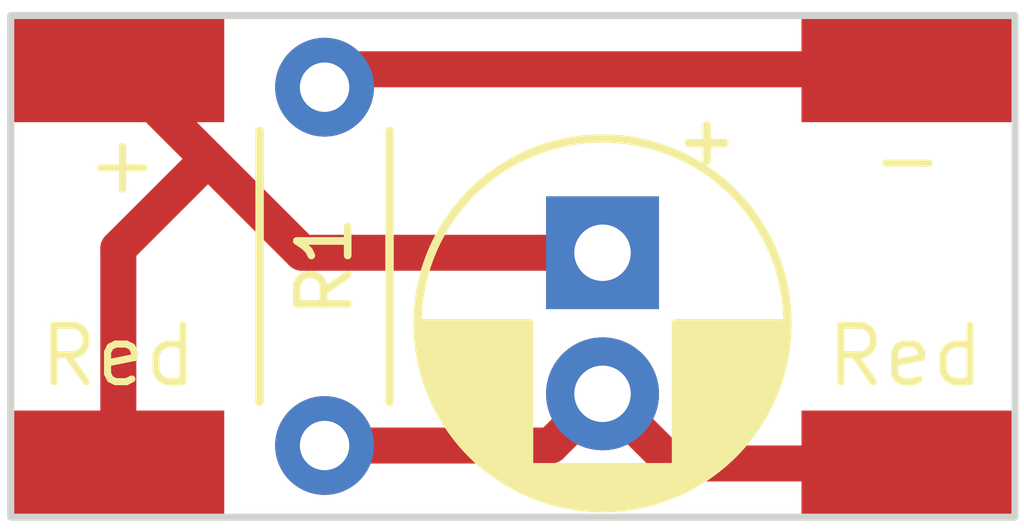
<source format=kicad_pcb>
(kicad_pcb (version 20221018) (generator pcbnew)
  (layers (0 "F.Cu" signal) (31 "B.Cu" signal) (34 "B.Paste" user) (35 "F.Paste" user) (36 "B.SilkS" user "B.Silkscreen") (37 "F.SilkS" user "F.Silkscreen") (38 "B.Mask" user) (39 "F.Mask" user) (44 "Edge.Cuts" user))
  (net 0 "")
  (net 1 "+9V")
  (net 2 "Net-(J6-Pin_1)")
  (net 3 "GND")
  (footprint "Custom:SolderWirePad_1x01_SMD_1.5x3mm" (layer "F.Cu") (at 145.796 110.998 90)
    (fp_text reference "J1" hide)
    (fp_text value "+" (at -1.397 0 90) (layer "F.SilkS") (effects (font (size 0.8 0.8) (thickness 0.1))))
    (pad "1" smd rect (at 0 0 90) (size 1.5 3) (layers "F.Cu" "F.Paste" "F.Mask") (net 1 "+9V"))
  )
  (footprint "Custom:SolderWirePad_1x01_SMD_1.5x3mm" (layer "F.Cu") (at 156.972 116.586 90)
    (fp_text reference "J6" hide)
    (fp_text value "Red" (at 1.524 1.143 180) (layer "F.SilkS") (effects (font (size 0.8 0.8) (thickness 0.1)) (justify right)))
    (pad "1" smd rect (at 0 0 90) (size 1.5 3) (layers "F.Cu" "F.Paste" "F.Mask") (net 2 "Net-(J6-Pin_1)"))
  )
  (footprint "Resistor_THT:R_Axial_DIN0204_L3.6mm_D1.6mm_P5.08mm_Horizontal" (layer "F.Cu") (at 148.717 116.332 90)
    (fp_text reference "R1" hide)
    (fp_text value "330R-380R" hide)
    (fp_text user "${REFERENCE}" (at 2.54 0 90) (layer "F.SilkS") (effects (font (size 0.72 0.72) (thickness 0.108))))
    (fp_line (start 0.62 -0.92) (end 4.46 -0.92) (stroke (width 0.12)) (layer "F.SilkS"))
    (fp_line (start 0.62 0.92) (end 4.46 0.92) (stroke (width 0.12)) (layer "F.SilkS"))
    (pad "1" thru_hole circle (at 0 0 90) (size 1.4 1.4) (drill 0.7) (layers "*.Cu" "*.Mask") (net 2 "Net-(J6-Pin_1)"))
    (pad "2" thru_hole oval (at 5.08 0 90) (size 1.4 1.4) (drill 0.7) (layers "*.Cu" "*.Mask") (net 3 "GND"))
  )
  (footprint "Custom:SolderWirePad_1x01_SMD_1.5x3mm" (layer "F.Cu") (at 156.972 110.998 90)
    (fp_text reference "J4" hide)
    (fp_text value "-" (at -1.27 0 180) (layer "F.SilkS") (effects (font (size 0.8 0.8) (thickness 0.1))))
    (pad "1" smd rect (at 0 0 90) (size 1.5 3) (layers "F.Cu" "F.Paste" "F.Mask") (net 3 "GND"))
  )
  (footprint "Capacitor_THT:CP_Radial_D5.0mm_P2.00mm" (layer "F.Cu") (at 152.654 113.598888 -90)
    (fp_text reference "C1" hide)
    (fp_text value "0.47uF 50v" hide)
    (fp_line (start -1.804775 -1.475) (end -1.304775 -1.475) (stroke (width 0.12)) (layer "F.SilkS"))
    (fp_line (start -1.554775 -1.725) (end -1.554775 -1.225) (stroke (width 0.12)) (layer "F.SilkS"))
    (fp_line (start 1 -2.58) (end 1 -1.04) (stroke (width 0.12)) (layer "F.SilkS"))
    (fp_line (start 1 1.04) (end 1 2.58) (stroke (width 0.12)) (layer "F.SilkS"))
    (fp_line (start 1.04 -2.58) (end 1.04 -1.04) (stroke (width 0.12)) (layer "F.SilkS"))
    (fp_line (start 1.04 1.04) (end 1.04 2.58) (stroke (width 0.12)) (layer "F.SilkS"))
    (fp_line (start 1.08 -2.579) (end 1.08 -1.04) (stroke (width 0.12)) (layer "F.SilkS"))
    (fp_line (start 1.08 1.04) (end 1.08 2.579) (stroke (width 0.12)) (layer "F.SilkS"))
    (fp_line (start 1.12 -2.578) (end 1.12 -1.04) (stroke (width 0.12)) (layer "F.SilkS"))
    (fp_line (start 1.12 1.04) (end 1.12 2.578) (stroke (width 0.12)) (layer "F.SilkS"))
    (fp_line (start 1.16 -2.576) (end 1.16 -1.04) (stroke (width 0.12)) (layer "F.SilkS"))
    (fp_line (start 1.16 1.04) (end 1.16 2.576) (stroke (width 0.12)) (layer "F.SilkS"))
    (fp_line (start 1.2 -2.573) (end 1.2 -1.04) (stroke (width 0.12)) (layer "F.SilkS"))
    (fp_line (start 1.2 1.04) (end 1.2 2.573) (stroke (width 0.12)) (layer "F.SilkS"))
    (fp_line (start 1.24 -2.569) (end 1.24 -1.04) (stroke (width 0.12)) (layer "F.SilkS"))
    (fp_line (start 1.24 1.04) (end 1.24 2.569) (stroke (width 0.12)) (layer "F.SilkS"))
    (fp_line (start 1.28 -2.565) (end 1.28 -1.04) (stroke (width 0.12)) (layer "F.SilkS"))
    (fp_line (start 1.28 1.04) (end 1.28 2.565) (stroke (width 0.12)) (layer "F.SilkS"))
    (fp_line (start 1.32 -2.561) (end 1.32 -1.04) (stroke (width 0.12)) (layer "F.SilkS"))
    (fp_line (start 1.32 1.04) (end 1.32 2.561) (stroke (width 0.12)) (layer "F.SilkS"))
    (fp_line (start 1.36 -2.556) (end 1.36 -1.04) (stroke (width 0.12)) (layer "F.SilkS"))
    (fp_line (start 1.36 1.04) (end 1.36 2.556) (stroke (width 0.12)) (layer "F.SilkS"))
    (fp_line (start 1.4 -2.55) (end 1.4 -1.04) (stroke (width 0.12)) (layer "F.SilkS"))
    (fp_line (start 1.4 1.04) (end 1.4 2.55) (stroke (width 0.12)) (layer "F.SilkS"))
    (fp_line (start 1.44 -2.543) (end 1.44 -1.04) (stroke (width 0.12)) (layer "F.SilkS"))
    (fp_line (start 1.44 1.04) (end 1.44 2.543) (stroke (width 0.12)) (layer "F.SilkS"))
    (fp_line (start 1.48 -2.536) (end 1.48 -1.04) (stroke (width 0.12)) (layer "F.SilkS"))
    (fp_line (start 1.48 1.04) (end 1.48 2.536) (stroke (width 0.12)) (layer "F.SilkS"))
    (fp_line (start 1.52 -2.528) (end 1.52 -1.04) (stroke (width 0.12)) (layer "F.SilkS"))
    (fp_line (start 1.52 1.04) (end 1.52 2.528) (stroke (width 0.12)) (layer "F.SilkS"))
    (fp_line (start 1.56 -2.52) (end 1.56 -1.04) (stroke (width 0.12)) (layer "F.SilkS"))
    (fp_line (start 1.56 1.04) (end 1.56 2.52) (stroke (width 0.12)) (layer "F.SilkS"))
    (fp_line (start 1.6 -2.511) (end 1.6 -1.04) (stroke (width 0.12)) (layer "F.SilkS"))
    (fp_line (start 1.6 1.04) (end 1.6 2.511) (stroke (width 0.12)) (layer "F.SilkS"))
    (fp_line (start 1.64 -2.501) (end 1.64 -1.04) (stroke (width 0.12)) (layer "F.SilkS"))
    (fp_line (start 1.64 1.04) (end 1.64 2.501) (stroke (width 0.12)) (layer "F.SilkS"))
    (fp_line (start 1.68 -2.491) (end 1.68 -1.04) (stroke (width 0.12)) (layer "F.SilkS"))
    (fp_line (start 1.68 1.04) (end 1.68 2.491) (stroke (width 0.12)) (layer "F.SilkS"))
    (fp_line (start 1.721 -2.48) (end 1.721 -1.04) (stroke (width 0.12)) (layer "F.SilkS"))
    (fp_line (start 1.721 1.04) (end 1.721 2.48) (stroke (width 0.12)) (layer "F.SilkS"))
    (fp_line (start 1.761 -2.468) (end 1.761 -1.04) (stroke (width 0.12)) (layer "F.SilkS"))
    (fp_line (start 1.761 1.04) (end 1.761 2.468) (stroke (width 0.12)) (layer "F.SilkS"))
    (fp_line (start 1.801 -2.455) (end 1.801 -1.04) (stroke (width 0.12)) (layer "F.SilkS"))
    (fp_line (start 1.801 1.04) (end 1.801 2.455) (stroke (width 0.12)) (layer "F.SilkS"))
    (fp_line (start 1.841 -2.442) (end 1.841 -1.04) (stroke (width 0.12)) (layer "F.SilkS"))
    (fp_line (start 1.841 1.04) (end 1.841 2.442) (stroke (width 0.12)) (layer "F.SilkS"))
    (fp_line (start 1.881 -2.428) (end 1.881 -1.04) (stroke (width 0.12)) (layer "F.SilkS"))
    (fp_line (start 1.881 1.04) (end 1.881 2.428) (stroke (width 0.12)) (layer "F.SilkS"))
    (fp_line (start 1.921 -2.414) (end 1.921 -1.04) (stroke (width 0.12)) (layer "F.SilkS"))
    (fp_line (start 1.921 1.04) (end 1.921 2.414) (stroke (width 0.12)) (layer "F.SilkS"))
    (fp_line (start 1.961 -2.398) (end 1.961 -1.04) (stroke (width 0.12)) (layer "F.SilkS"))
    (fp_line (start 1.961 1.04) (end 1.961 2.398) (stroke (width 0.12)) (layer "F.SilkS"))
    (fp_line (start 2.001 -2.382) (end 2.001 -1.04) (stroke (width 0.12)) (layer "F.SilkS"))
    (fp_line (start 2.001 1.04) (end 2.001 2.382) (stroke (width 0.12)) (layer "F.SilkS"))
    (fp_line (start 2.041 -2.365) (end 2.041 -1.04) (stroke (width 0.12)) (layer "F.SilkS"))
    (fp_line (start 2.041 1.04) (end 2.041 2.365) (stroke (width 0.12)) (layer "F.SilkS"))
    (fp_line (start 2.081 -2.348) (end 2.081 -1.04) (stroke (width 0.12)) (layer "F.SilkS"))
    (fp_line (start 2.081 1.04) (end 2.081 2.348) (stroke (width 0.12)) (layer "F.SilkS"))
    (fp_line (start 2.121 -2.329) (end 2.121 -1.04) (stroke (width 0.12)) (layer "F.SilkS"))
    (fp_line (start 2.121 1.04) (end 2.121 2.329) (stroke (width 0.12)) (layer "F.SilkS"))
    (fp_line (start 2.161 -2.31) (end 2.161 -1.04) (stroke (width 0.12)) (layer "F.SilkS"))
    (fp_line (start 2.161 1.04) (end 2.161 2.31) (stroke (width 0.12)) (layer "F.SilkS"))
    (fp_line (start 2.201 -2.29) (end 2.201 -1.04) (stroke (width 0.12)) (layer "F.SilkS"))
    (fp_line (start 2.201 1.04) (end 2.201 2.29) (stroke (width 0.12)) (layer "F.SilkS"))
    (fp_line (start 2.241 -2.268) (end 2.241 -1.04) (stroke (width 0.12)) (layer "F.SilkS"))
    (fp_line (start 2.241 1.04) (end 2.241 2.268) (stroke (width 0.12)) (layer "F.SilkS"))
    (fp_line (start 2.281 -2.247) (end 2.281 -1.04) (stroke (width 0.12)) (layer "F.SilkS"))
    (fp_line (start 2.281 1.04) (end 2.281 2.247) (stroke (width 0.12)) (layer "F.SilkS"))
    (fp_line (start 2.321 -2.224) (end 2.321 -1.04) (stroke (width 0.12)) (layer "F.SilkS"))
    (fp_line (start 2.321 1.04) (end 2.321 2.224) (stroke (width 0.12)) (layer "F.SilkS"))
    (fp_line (start 2.361 -2.2) (end 2.361 -1.04) (stroke (width 0.12)) (layer "F.SilkS"))
    (fp_line (start 2.361 1.04) (end 2.361 2.2) (stroke (width 0.12)) (layer "F.SilkS"))
    (fp_line (start 2.401 -2.175) (end 2.401 -1.04) (stroke (width 0.12)) (layer "F.SilkS"))
    (fp_line (start 2.401 1.04) (end 2.401 2.175) (stroke (width 0.12)) (layer "F.SilkS"))
    (fp_line (start 2.441 -2.149) (end 2.441 -1.04) (stroke (width 0.12)) (layer "F.SilkS"))
    (fp_line (start 2.441 1.04) (end 2.441 2.149) (stroke (width 0.12)) (layer "F.SilkS"))
    (fp_line (start 2.481 -2.122) (end 2.481 -1.04) (stroke (width 0.12)) (layer "F.SilkS"))
    (fp_line (start 2.481 1.04) (end 2.481 2.122) (stroke (width 0.12)) (layer "F.SilkS"))
    (fp_line (start 2.521 -2.095) (end 2.521 -1.04) (stroke (width 0.12)) (layer "F.SilkS"))
    (fp_line (start 2.521 1.04) (end 2.521 2.095) (stroke (width 0.12)) (layer "F.SilkS"))
    (fp_line (start 2.561 -2.065) (end 2.561 -1.04) (stroke (width 0.12)) (layer "F.SilkS"))
    (fp_line (start 2.561 1.04) (end 2.561 2.065) (stroke (width 0.12)) (layer "F.SilkS"))
    (fp_line (start 2.601 -2.035) (end 2.601 -1.04) (stroke (width 0.12)) (layer "F.SilkS"))
    (fp_line (start 2.601 1.04) (end 2.601 2.035) (stroke (width 0.12)) (layer "F.SilkS"))
    (fp_line (start 2.641 -2.004) (end 2.641 -1.04) (stroke (width 0.12)) (layer "F.SilkS"))
    (fp_line (start 2.641 1.04) (end 2.641 2.004) (stroke (width 0.12)) (layer "F.SilkS"))
    (fp_line (start 2.681 -1.971) (end 2.681 -1.04) (stroke (width 0.12)) (layer "F.SilkS"))
    (fp_line (start 2.681 1.04) (end 2.681 1.971) (stroke (width 0.12)) (layer "F.SilkS"))
    (fp_line (start 2.721 -1.937) (end 2.721 -1.04) (stroke (width 0.12)) (layer "F.SilkS"))
    (fp_line (start 2.721 1.04) (end 2.721 1.937) (stroke (width 0.12)) (layer "F.SilkS"))
    (fp_line (start 2.761 -1.901) (end 2.761 -1.04) (stroke (width 0.12)) (layer "F.SilkS"))
    (fp_line (start 2.761 1.04) (end 2.761 1.901) (stroke (width 0.12)) (layer "F.SilkS"))
    (fp_line (start 2.801 -1.864) (end 2.801 -1.04) (stroke (width 0.12)) (layer "F.SilkS"))
    (fp_line (start 2.801 1.04) (end 2.801 1.864) (stroke (width 0.12)) (layer "F.SilkS"))
    (fp_line (start 2.841 -1.826) (end 2.841 -1.04) (stroke (width 0.12)) (layer "F.SilkS"))
    (fp_line (start 2.841 1.04) (end 2.841 1.826) (stroke (width 0.12)) (layer "F.SilkS"))
    (fp_line (start 2.881 -1.785) (end 2.881 -1.04) (stroke (width 0.12)) (layer "F.SilkS"))
    (fp_line (start 2.881 1.04) (end 2.881 1.785) (stroke (width 0.12)) (layer "F.SilkS"))
    (fp_line (start 2.921 -1.743) (end 2.921 -1.04) (stroke (width 0.12)) (layer "F.SilkS"))
    (fp_line (start 2.921 1.04) (end 2.921 1.743) (stroke (width 0.12)) (layer "F.SilkS"))
    (fp_line (start 2.961 -1.699) (end 2.961 -1.04) (stroke (width 0.12)) (layer "F.SilkS"))
    (fp_line (start 2.961 1.04) (end 2.961 1.699) (stroke (width 0.12)) (layer "F.SilkS"))
    (fp_line (start 3.001 -1.653) (end 3.001 -1.04) (stroke (width 0.12)) (layer "F.SilkS"))
    (fp_line (start 3.001 1.04) (end 3.001 1.653) (stroke (width 0.12)) (layer "F.SilkS"))
    (fp_line (start 3.041 -1.605) (end 3.041 1.605) (stroke (width 0.12)) (layer "F.SilkS"))
    (fp_line (start 3.081 -1.554) (end 3.081 1.554) (stroke (width 0.12)) (layer "F.SilkS"))
    (fp_line (start 3.121 -1.5) (end 3.121 1.5) (stroke (width 0.12)) (layer "F.SilkS"))
    (fp_line (start 3.161 -1.443) (end 3.161 1.443) (stroke (width 0.12)) (layer "F.SilkS"))
    (fp_line (start 3.201 -1.383) (end 3.201 1.383) (stroke (width 0.12)) (layer "F.SilkS"))
    (fp_line (start 3.241 -1.319) (end 3.241 1.319) (stroke (width 0.12)) (layer "F.SilkS"))
    (fp_line (start 3.281 -1.251) (end 3.281 1.251) (stroke (width 0.12)) (layer "F.SilkS"))
    (fp_line (start 3.321 -1.178) (end 3.321 1.178) (stroke (width 0.12)) (layer "F.SilkS"))
    (fp_line (start 3.361 -1.098) (end 3.361 1.098) (stroke (width 0.12)) (layer "F.SilkS"))
    (fp_line (start 3.401 -1.011) (end 3.401 1.011) (stroke (width 0.12)) (layer "F.SilkS"))
    (fp_line (start 3.441 -0.915) (end 3.441 0.915) (stroke (width 0.12)) (layer "F.SilkS"))
    (fp_line (start 3.481 -0.805) (end 3.481 0.805) (stroke (width 0.12)) (layer "F.SilkS"))
    (fp_line (start 3.521 -0.677) (end 3.521 0.677) (stroke (width 0.12)) (layer "F.SilkS"))
    (fp_line (start 3.561 -0.518) (end 3.561 0.518) (stroke (width 0.12)) (layer "F.SilkS"))
    (fp_line (start 3.601 -0.284) (end 3.601 0.284) (stroke (width 0.12)) (layer "F.SilkS"))
    (fp_circle (center 1 0) (end 3.62 0) (stroke (width 0.12)) (fill none) (layer "F.SilkS"))
    (pad "1" thru_hole rect (at 0 0 270) (size 1.6 1.6) (drill 0.8) (layers "*.Cu" "*.Mask") (net 1 "+9V"))
    (pad "2" thru_hole circle (at 2 0 270) (size 1.6 1.6) (drill 0.8) (layers "*.Cu" "*.Mask") (net 2 "Net-(J6-Pin_1)"))
  )
  (footprint "Custom:SolderWirePad_1x01_SMD_1.5x3mm" (layer "F.Cu") (at 145.796 116.586 90)
    (fp_text reference "J3" hide)
    (fp_text value "Red" (at 1.524 0 180) (layer "F.SilkS") (effects (font (size 0.8 0.8) (thickness 0.1))))
    (pad "1" smd rect (at 0 0 90) (size 1.5 3) (layers "F.Cu" "F.Paste" "F.Mask") (net 1 "+9V"))
  )
  (gr_rect (start 144.272 110.236) (end 158.496 117.348) (stroke (width 0.1)) (fill none) (layer "Edge.Cuts"))
  (segment (start 145.796 116.586) (end 145.796 113.538) (width 0.51054) (layer "F.Cu") (net 1))
  (segment (start 147.066 112.268) (end 148.396888 113.598888) (width 0.51054) (layer "F.Cu") (net 1))
  (segment (start 148.396888 113.598888) (end 152.654 113.598888) (width 0.51054) (layer "F.Cu") (net 1))
  (segment (start 145.796 110.998) (end 147.066 112.268) (width 0.51054) (layer "F.Cu") (net 1))
  (segment (start 145.796 113.538) (end 147.066 112.268) (width 0.51054) (layer "F.Cu") (net 1))
  (segment (start 153.641112 116.586) (end 156.972 116.586) (width 0.51054) (layer "F.Cu") (net 2))
  (segment (start 148.717 116.332) (end 151.920888 116.332) (width 0.51054) (layer "F.Cu") (net 2))
  (segment (start 151.920888 116.332) (end 152.654 115.598888) (width 0.51054) (layer "F.Cu") (net 2))
  (segment (start 152.654 115.598888) (end 153.641112 116.586) (width 0.51054) (layer "F.Cu") (net 2))
  (segment (start 156.972 110.998) (end 148.971 110.998) (width 0.51054) (layer "F.Cu") (net 3))
  (segment (start 148.971 110.998) (end 148.717 111.252) (width 0.51054) (layer "F.Cu") (net 3))
)
</source>
